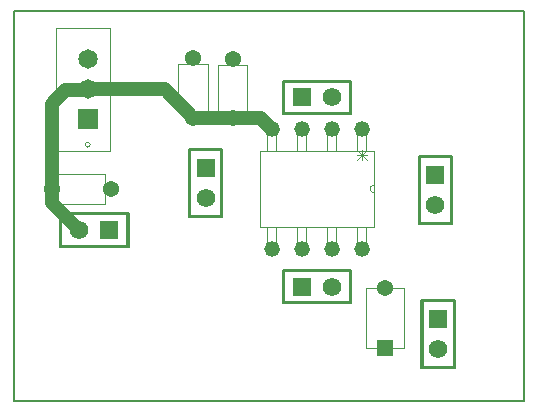
<source format=gtl>
G04*
G04 #@! TF.GenerationSoftware,Altium Limited,Altium Designer,21.0.8 (223)*
G04*
G04 Layer_Physical_Order=1*
G04 Layer_Color=255*
%FSLAX25Y25*%
%MOIN*%
G70*
G04*
G04 #@! TF.SameCoordinates,E7718C12-BC85-45C8-BBF6-CE0E0CA18016*
G04*
G04*
G04 #@! TF.FilePolarity,Positive*
G04*
G01*
G75*
%ADD10C,0.00600*%
%ADD12C,0.00787*%
%ADD14C,0.00300*%
%ADD15C,0.00000*%
%ADD16C,0.00100*%
%ADD17C,0.05400*%
%ADD18C,0.06181*%
%ADD19R,0.06181X0.06181*%
%ADD20C,0.05200*%
%ADD21R,0.06181X0.06181*%
%ADD22R,0.05400X0.05400*%
%ADD23C,0.04724*%
%ADD24C,0.06500*%
%ADD25R,0.06500X0.06500*%
D10*
X153600Y233900D02*
X155600D01*
X154600Y232900D02*
Y234900D01*
D12*
X130000Y140000D02*
Y270000D01*
Y140000D02*
X300000D01*
Y270000D01*
X130000D02*
X300000D01*
X167784Y191803D02*
Y202197D01*
X145816D02*
X167784D01*
X145816Y191803D02*
Y202197D01*
Y191803D02*
X167784D01*
X275697Y199416D02*
Y221384D01*
X265303Y199416D02*
X275697D01*
X265303D02*
Y221384D01*
X275697D01*
X188703Y223584D02*
X199097D01*
X188703Y201616D02*
Y223584D01*
Y201616D02*
X199097D01*
Y223584D01*
X219916Y172903D02*
Y183297D01*
Y172903D02*
X241884D01*
Y183297D01*
X219916D02*
X241884D01*
X266203Y173284D02*
X276597D01*
X266203Y151316D02*
Y173284D01*
Y151316D02*
X276597D01*
Y173284D01*
X219916Y246397D02*
X241884D01*
Y236003D02*
Y246397D01*
X219916Y236003D02*
X241884D01*
X219916D02*
Y246397D01*
X168178Y191409D02*
Y202591D01*
X145422D02*
X168178D01*
X145422Y191409D02*
Y202591D01*
Y191409D02*
X168178D01*
X276091Y199022D02*
Y221778D01*
X264910Y199022D02*
X276091D01*
X264910D02*
Y221778D01*
X276091D01*
X188309Y223978D02*
X199491D01*
X188309Y201222D02*
Y223978D01*
Y201222D02*
X199491D01*
Y223978D01*
X219522Y172509D02*
Y183691D01*
Y172509D02*
X242278D01*
Y183691D01*
X219522D02*
X242278D01*
X265809Y173678D02*
X276991D01*
X265809Y150922D02*
Y173678D01*
Y150922D02*
X276991D01*
Y173678D01*
X219522Y246791D02*
X242278D01*
Y235610D02*
Y246791D01*
X219522Y235610D02*
X242278D01*
X219522D02*
Y246791D01*
D14*
X247565Y223550D02*
X244233Y220218D01*
Y223550D02*
X247565Y220218D01*
X245899Y223550D02*
Y220218D01*
X244233Y221884D02*
X247565D01*
D15*
X155400Y225400D02*
G03*
X155400Y225400I-800J0D01*
G01*
X249900Y211900D02*
G03*
X249900Y209500I0J-1200D01*
G01*
D16*
X143850Y223400D02*
X161950D01*
X143850D02*
Y264400D01*
X161950D01*
Y223400D02*
Y264400D01*
X184800Y236492D02*
X194600D01*
X184800Y252192D02*
X194600D01*
Y236492D02*
Y252192D01*
X184800Y236492D02*
Y252192D01*
X198000Y236392D02*
X207800D01*
X198000Y252093D02*
X207800D01*
Y236392D02*
Y252093D01*
X198000Y236392D02*
Y252093D01*
X144607Y205800D02*
Y215600D01*
X160308Y205800D02*
Y215600D01*
X144607Y205800D02*
X160308D01*
X144607Y215600D02*
X160308D01*
X211900Y223300D02*
X249900D01*
Y198100D02*
Y223300D01*
X211900Y198100D02*
X249900D01*
X211900D02*
Y223300D01*
X247500Y189100D02*
Y198100D01*
X244300Y189100D02*
X247500D01*
X244300D02*
Y198100D01*
X247500D01*
X237500Y189100D02*
Y198100D01*
X234300Y189100D02*
X237500D01*
X234300D02*
Y198100D01*
X237500D01*
X227500Y189100D02*
Y198100D01*
X224300Y189100D02*
X227500D01*
X224300D02*
Y198100D01*
X227500D01*
X217500Y189100D02*
Y198100D01*
X214300Y189100D02*
X217500D01*
X214300D02*
Y198100D01*
X217500D01*
X214300Y223300D02*
Y232300D01*
X217500D01*
Y223300D02*
Y232300D01*
X214300Y223300D02*
X217500D01*
X224300D02*
Y232300D01*
X227500D01*
Y223300D02*
Y232300D01*
X224300Y223300D02*
X227500D01*
X234300D02*
Y232300D01*
X237500D01*
Y223300D02*
Y232300D01*
X234300Y223300D02*
X237500D01*
X244300D02*
Y232300D01*
X247500D01*
Y223300D02*
Y232300D01*
X244300Y223300D02*
X247500D01*
X247450Y157600D02*
X259950D01*
X247450D02*
Y177600D01*
X259950D01*
Y157600D02*
Y177600D01*
D17*
X189700Y254185D02*
D03*
Y234500D02*
D03*
X202900Y254085D02*
D03*
Y234400D02*
D03*
X162300Y210700D02*
D03*
X142615D02*
D03*
X253700Y177600D02*
D03*
D18*
X151800Y197000D02*
D03*
X270500Y205400D02*
D03*
X193900Y207600D02*
D03*
X235900Y178100D02*
D03*
X271400Y157300D02*
D03*
X235900Y241200D02*
D03*
D19*
X161800Y197000D02*
D03*
X225900Y178100D02*
D03*
Y241200D02*
D03*
D20*
X245900Y190700D02*
D03*
X235900D02*
D03*
X225900D02*
D03*
X215900D02*
D03*
Y230700D02*
D03*
X225900D02*
D03*
X235900D02*
D03*
X245900D02*
D03*
D21*
X270500Y215400D02*
D03*
X193900Y217600D02*
D03*
X271400Y167300D02*
D03*
D22*
X253700Y157600D02*
D03*
D23*
X212201Y234271D02*
X215771Y230700D01*
X215900D01*
X202900Y234400D02*
X203029Y234271D01*
X212201D01*
X202850Y234450D02*
X202900Y234400D01*
X189700Y234500D02*
X189750Y234450D01*
X202850D01*
X154600Y243900D02*
X180200D01*
Y244000D02*
X189700Y234500D01*
X147060Y243560D02*
X154260D01*
X142615Y239115D02*
X147060Y243560D01*
X154260D02*
X154600Y243900D01*
X142615Y210700D02*
Y239115D01*
X142744Y206056D02*
Y210571D01*
Y206056D02*
X151800Y197000D01*
X142615Y210700D02*
X142744Y210571D01*
D24*
X154600Y253900D02*
D03*
Y243900D02*
D03*
D25*
Y233900D02*
D03*
M02*

</source>
